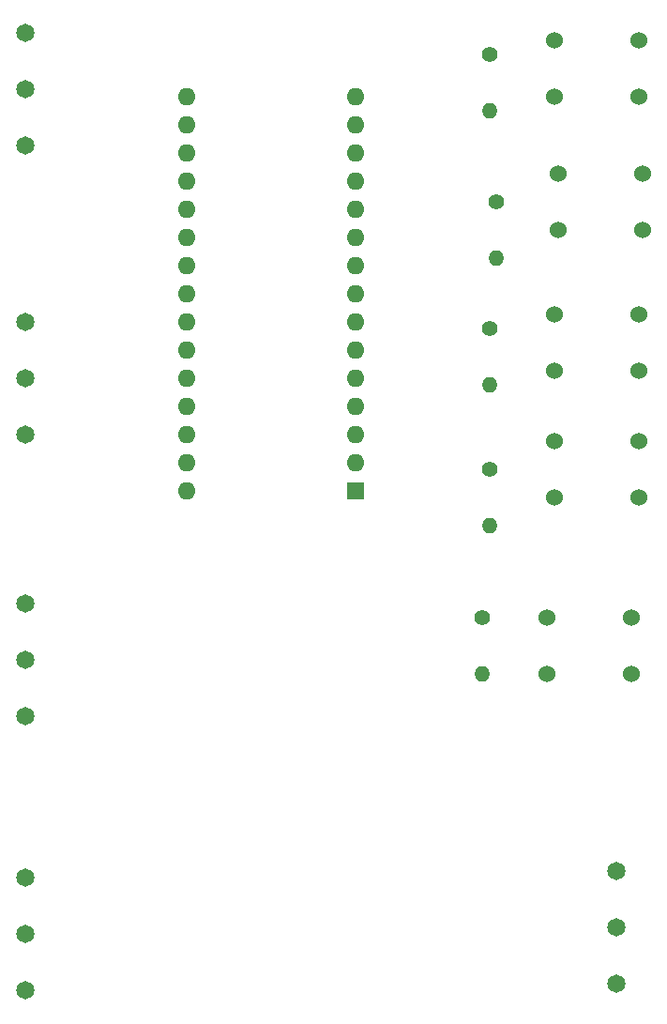
<source format=gbr>
G04 #@! TF.GenerationSoftware,KiCad,Pcbnew,5.1.4-e60b266~84~ubuntu18.04.1*
G04 #@! TF.CreationDate,2019-11-04T09:18:10-03:00*
G04 #@! TF.ProjectId,projetoDeee891,70726f6a-6574-46f4-9465-65653839312e,rev?*
G04 #@! TF.SameCoordinates,Original*
G04 #@! TF.FileFunction,Copper,L1,Top*
G04 #@! TF.FilePolarity,Positive*
%FSLAX46Y46*%
G04 Gerber Fmt 4.6, Leading zero omitted, Abs format (unit mm)*
G04 Created by KiCad (PCBNEW 5.1.4-e60b266~84~ubuntu18.04.1) date 2019-11-04 09:18:10*
%MOMM*%
%LPD*%
G04 APERTURE LIST*
%ADD10C,1.651000*%
%ADD11O,1.600000X1.600000*%
%ADD12R,1.600000X1.600000*%
%ADD13C,1.524000*%
%ADD14C,1.400000*%
%ADD15O,1.400000X1.400000*%
G04 APERTURE END LIST*
D10*
X161925000Y-124460000D03*
X161925000Y-119380000D03*
X161925000Y-114300000D03*
D11*
X123190000Y-44450000D03*
X138430000Y-44450000D03*
X123190000Y-80010000D03*
X138430000Y-46990000D03*
X123190000Y-77470000D03*
X138430000Y-49530000D03*
X123190000Y-74930000D03*
X138430000Y-52070000D03*
X123190000Y-72390000D03*
X138430000Y-54610000D03*
X123190000Y-69850000D03*
X138430000Y-57150000D03*
X123190000Y-67310000D03*
X138430000Y-59690000D03*
X123190000Y-64770000D03*
X138430000Y-62230000D03*
X123190000Y-62230000D03*
X138430000Y-64770000D03*
X123190000Y-59690000D03*
X138430000Y-67310000D03*
X123190000Y-57150000D03*
X138430000Y-69850000D03*
X123190000Y-54610000D03*
X138430000Y-72390000D03*
X123190000Y-52070000D03*
X138430000Y-74930000D03*
X123190000Y-49530000D03*
X138430000Y-77470000D03*
X123190000Y-46990000D03*
D12*
X138430000Y-80010000D03*
D13*
X164345999Y-56515000D03*
X164345999Y-51435000D03*
X156725999Y-51435000D03*
X156725999Y-56515000D03*
X156337000Y-69215000D03*
X156337000Y-64135000D03*
X163957000Y-64135000D03*
X163957000Y-69215000D03*
D14*
X151130000Y-53975000D03*
D15*
X151130000Y-59055000D03*
D13*
X163957000Y-80645000D03*
X163957000Y-75565000D03*
X156337000Y-75565000D03*
X156337000Y-80645000D03*
D10*
X108585000Y-64770000D03*
X108585000Y-69850000D03*
X108585000Y-74930000D03*
X108585000Y-100330000D03*
X108585000Y-95250000D03*
X108585000Y-90170000D03*
D13*
X156337000Y-44450000D03*
X156337000Y-39370000D03*
X163957000Y-39370000D03*
X163957000Y-44450000D03*
X155702000Y-96520000D03*
X155702000Y-91440000D03*
X163322000Y-91440000D03*
X163322000Y-96520000D03*
D10*
X108585000Y-48895000D03*
X108585000Y-43815000D03*
X108585000Y-38735000D03*
D15*
X150495000Y-45720000D03*
D14*
X150495000Y-40640000D03*
D10*
X108585000Y-114935000D03*
X108585000Y-120015000D03*
X108585000Y-125095000D03*
D15*
X150495000Y-83185000D03*
D14*
X150495000Y-78105000D03*
X149860000Y-91440000D03*
D15*
X149860000Y-96520000D03*
D14*
X150495000Y-65405000D03*
D15*
X150495000Y-70485000D03*
M02*

</source>
